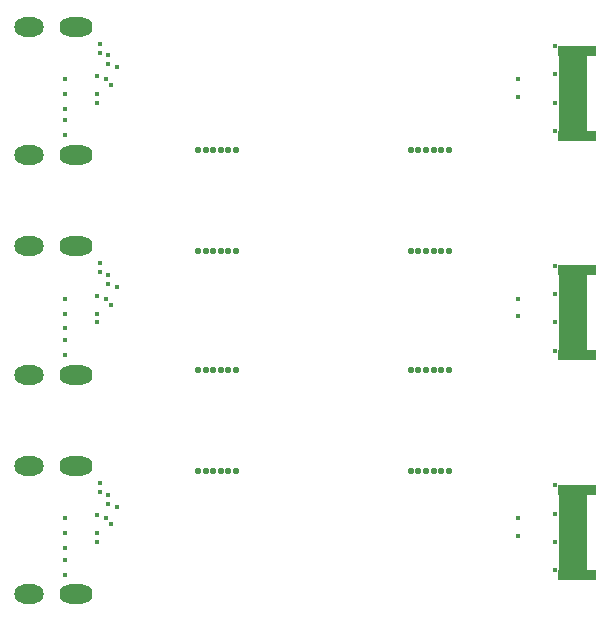
<source format=gbs>
%FSLAX46Y46*%
%MOMM*%
%AMPS12*
21,1,2.400000,0.800000,0.000000,0.000000,0.000000*
%
%ADD12PS12*%
%AMPS13*
21,1,3.200000,0.800000,0.000000,0.000000,0.000000*
%
%ADD13PS13*%
%AMPS16*
1,1,0.450000,0.000000,0.000000*
%
%ADD16PS16*%
%AMPS15*
21,1,1.150000,1.650000,0.000000,0.000000,0.000000*
1,1,1.650000,0.575000,0.000000*
1,1,1.650000,-0.575000,0.000000*
%
%ADD15PS15*%
%AMPS14*
21,1,0.850000,1.650000,0.000000,0.000000,0.000000*
1,1,1.650000,0.425000,0.000000*
1,1,1.650000,-0.425000,0.000000*
%
%ADD14PS14*%
%AMPS11*
1,1,0.580000,0.000000,0.000000*
%
%ADD11PS11*%
%AMPS10*
1,1,0.580000,0.000000,0.000000*
%
%ADD10PS10*%
G01*
%LPD*%
G01*
%LPD*%
G75*
D10*
X34540000Y30010000D03*
D11*
X17820000Y38590000D03*
D11*
X16540000Y19990000D03*
D11*
X34540000Y19990000D03*
D10*
X15900000Y11410000D03*
D11*
X17180000Y38590000D03*
D10*
X19100000Y30010000D03*
D11*
X35820000Y19990000D03*
D10*
X33900000Y30010000D03*
D10*
X36460000Y30010000D03*
D11*
X15900000Y19990000D03*
D10*
X37100000Y30010000D03*
D10*
X35180000Y11410000D03*
D10*
X18460000Y30010000D03*
D11*
X19100000Y38590000D03*
D10*
X34540000Y11410000D03*
D11*
X37100000Y19990000D03*
D11*
X19100000Y19990000D03*
D10*
X33900000Y11410000D03*
D11*
X16540000Y38590000D03*
D11*
X35820000Y38590000D03*
D10*
X17180000Y11410000D03*
D10*
X18460000Y11410000D03*
D10*
X19100000Y11410000D03*
D10*
X35820000Y30010000D03*
D10*
X17820000Y30010000D03*
D11*
X34540000Y38590000D03*
D11*
X36460000Y19990000D03*
D10*
X15900000Y30010000D03*
D10*
X16540000Y30010000D03*
D11*
X35180000Y19990000D03*
D10*
X35820000Y11410000D03*
D10*
X36460000Y11410000D03*
D10*
X35180000Y30010000D03*
D11*
X15900000Y38590000D03*
D11*
X35180000Y38590000D03*
D10*
X17180000Y30010000D03*
D11*
X17180000Y19990000D03*
D11*
X33900000Y38590000D03*
D11*
X18460000Y19990000D03*
D11*
X17820000Y19990000D03*
D10*
X16540000Y11410000D03*
D10*
X17820000Y11410000D03*
D10*
X37100000Y11410000D03*
D11*
X33900000Y19990000D03*
D11*
X37100000Y38590000D03*
D11*
X18460000Y38590000D03*
D11*
X36460000Y38590000D03*
D12*
X47600000Y40600000D03*
D12*
X47600000Y43800000D03*
D13*
X48000000Y39800000D03*
D13*
X48000000Y47000000D03*
D12*
X47600000Y45400000D03*
D12*
X47600000Y43000000D03*
D12*
X47600000Y41400000D03*
D12*
X47600000Y44600000D03*
D12*
X47600000Y46200000D03*
D12*
X47600000Y42200000D03*
D14*
X1600000Y38175000D03*
D15*
X5550000Y38175000D03*
D15*
X5550000Y49025000D03*
D14*
X1600000Y49025000D03*
D16*
X4600000Y41100000D03*
D16*
X4600000Y42100000D03*
D16*
X4600000Y43350000D03*
D16*
X8300000Y46600000D03*
D16*
X46075000Y45000000D03*
D16*
X9050000Y45600000D03*
D16*
X43000000Y44600000D03*
D16*
X4600000Y44600000D03*
D16*
X8550000Y44100000D03*
D16*
X43000000Y43100000D03*
D16*
X46075000Y42600000D03*
D16*
X46075000Y47400000D03*
D16*
X7300000Y43350000D03*
D16*
X7300000Y44850000D03*
D16*
X8300000Y45850000D03*
D16*
X4600000Y39850000D03*
D16*
X46075000Y40200000D03*
D16*
X7300000Y42600000D03*
D16*
X7550000Y46850000D03*
D16*
X8050000Y44600000D03*
D16*
X7550000Y47600000D03*
D12*
X47600000Y22000000D03*
D12*
X47600000Y25200000D03*
D13*
X48000000Y21200000D03*
D13*
X48000000Y28400000D03*
D12*
X47600000Y26800000D03*
D12*
X47600000Y24400000D03*
D12*
X47600000Y22800000D03*
D12*
X47600000Y26000000D03*
D12*
X47600000Y27600000D03*
D12*
X47600000Y23600000D03*
D14*
X1600000Y19575000D03*
D15*
X5550000Y19575000D03*
D15*
X5550000Y30425000D03*
D14*
X1600000Y30425000D03*
D16*
X4600000Y22500000D03*
D16*
X4600000Y23500000D03*
D16*
X4600000Y24750000D03*
D16*
X8300000Y28000000D03*
D16*
X46075000Y26400000D03*
D16*
X9050000Y27000000D03*
D16*
X43000000Y26000000D03*
D16*
X4600000Y26000000D03*
D16*
X8550000Y25500000D03*
D16*
X43000000Y24500000D03*
D16*
X46075000Y24000000D03*
D16*
X46075000Y28800000D03*
D16*
X7300000Y24750000D03*
D16*
X7300000Y26250000D03*
D16*
X8300000Y27250000D03*
D16*
X4600000Y21250000D03*
D16*
X46075000Y21600000D03*
D16*
X7300000Y24000000D03*
D16*
X7550000Y28250000D03*
D16*
X8050000Y26000000D03*
D16*
X7550000Y29000000D03*
D12*
X47600000Y3400000D03*
D12*
X47600000Y6600000D03*
D13*
X48000000Y2600000D03*
D13*
X48000000Y9800000D03*
D12*
X47600000Y8200000D03*
D12*
X47600000Y5800000D03*
D12*
X47600000Y4200000D03*
D12*
X47600000Y7400000D03*
D12*
X47600000Y9000000D03*
D12*
X47600000Y5000000D03*
D14*
X1600000Y975000D03*
D15*
X5550000Y975000D03*
D15*
X5550000Y11825000D03*
D14*
X1600000Y11825000D03*
D16*
X4600000Y3900000D03*
D16*
X4600000Y4900000D03*
D16*
X4600000Y6150000D03*
D16*
X8300000Y9400000D03*
D16*
X46075000Y7800000D03*
D16*
X9050000Y8400000D03*
D16*
X43000000Y7400000D03*
D16*
X4600000Y7400000D03*
D16*
X8550000Y6900000D03*
D16*
X43000000Y5900000D03*
D16*
X46075000Y5400000D03*
D16*
X46075000Y10200000D03*
D16*
X7300000Y6150000D03*
D16*
X7300000Y7650000D03*
D16*
X8300000Y8650000D03*
D16*
X4600000Y2650000D03*
D16*
X46075000Y3000000D03*
D16*
X7300000Y5400000D03*
D16*
X7550000Y9650000D03*
D16*
X8050000Y7400000D03*
D16*
X7550000Y10400000D03*
M02*

</source>
